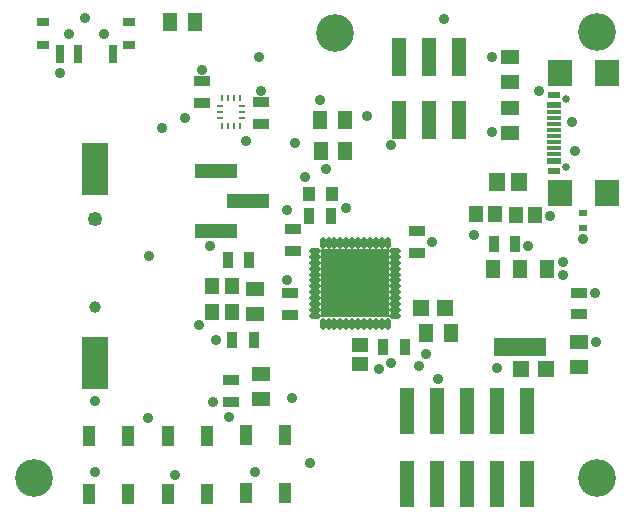
<source format=gbr>
%TF.GenerationSoftware,Altium Limited,Altium Designer,24.5.2 (23)*%
G04 Layer_Color=8388736*
%FSLAX45Y45*%
%MOMM*%
%TF.SameCoordinates,2BA89E6E-902A-415B-B0B5-23ADD7A02043*%
%TF.FilePolarity,Negative*%
%TF.FileFunction,Soldermask,Top*%
%TF.Part,Single*%
G01*
G75*
%TA.AperFunction,SMDPad,CuDef*%
%ADD11R,0.80000X0.55000*%
%ADD12R,0.47500X0.25000*%
%ADD13R,0.25000X0.47500*%
%TA.AperFunction,ConnectorPad*%
%ADD14R,1.00000X0.80000*%
%ADD15R,0.70000X1.50000*%
%TA.AperFunction,SMDPad,CuDef*%
%ADD16R,1.27000X3.94000*%
%ADD17R,1.40000X0.95000*%
%ADD18R,2.30000X4.50000*%
%TA.AperFunction,ConnectorPad*%
%ADD19R,2.00000X2.18000*%
%ADD20R,1.00000X0.60000*%
%ADD21R,1.15000X0.60000*%
%ADD22R,1.15000X0.30000*%
%TA.AperFunction,SMDPad,CuDef*%
%ADD23R,1.30464X1.45620*%
%ADD27R,1.25000X1.50000*%
%ADD28R,4.50000X1.50400*%
%ADD29R,1.50822X1.20651*%
%ADD30R,0.95000X1.40000*%
%ADD32R,1.20651X1.50822*%
%ADD33R,1.00000X1.25000*%
%ADD34R,1.45490X1.55620*%
%ADD35R,1.45620X1.30464*%
%ADD38R,1.20000X1.40000*%
%ADD39R,3.56000X1.27000*%
%TA.AperFunction,ComponentPad*%
%ADD44C,0.90000*%
%ADD45C,1.00000*%
%ADD46C,1.25000*%
%ADD47C,0.65000*%
%TA.AperFunction,SMDPad,CuDef*%
%ADD56O,1.00320X0.45320*%
%ADD57O,0.45320X1.00320*%
%ADD58R,5.80320X5.80320*%
%ADD59R,1.10320X1.70320*%
%ADD60R,1.40320X1.40320*%
%ADD61R,1.20320X3.30320*%
%TA.AperFunction,ViaPad*%
%ADD62C,3.20320*%
%ADD63C,0.90320*%
%ADD64C,0.70320*%
D11*
X11830000Y9267500D02*
D03*
Y9392500D02*
D03*
D12*
X8756250Y10200000D02*
D03*
Y10250000D02*
D03*
Y10300000D02*
D03*
X8938750D02*
D03*
Y10250000D02*
D03*
Y10200000D02*
D03*
D13*
X8772500Y10366250D02*
D03*
X8822500D02*
D03*
X8872500D02*
D03*
X8922500D02*
D03*
Y10133750D02*
D03*
X8872500D02*
D03*
X8822500D02*
D03*
X8772500D02*
D03*
D14*
X7260000Y11010000D02*
D03*
X7990000D02*
D03*
X7260000Y10817000D02*
D03*
X7990000D02*
D03*
D15*
X7850000Y10738500D02*
D03*
X7400000D02*
D03*
X7550000D02*
D03*
D16*
X10342000Y7099000D02*
D03*
X10596000D02*
D03*
X10850000D02*
D03*
X11104000D02*
D03*
X11358000D02*
D03*
X10342000Y7721000D02*
D03*
X10596000D02*
D03*
X10850000D02*
D03*
X11104000D02*
D03*
X11358000D02*
D03*
D17*
X8600000Y10512500D02*
D03*
Y10327500D02*
D03*
X9100000Y10147500D02*
D03*
Y10332500D02*
D03*
X9350000Y8532500D02*
D03*
Y8717500D02*
D03*
X8847500Y7980000D02*
D03*
Y7795000D02*
D03*
X9375000Y9075000D02*
D03*
Y9260000D02*
D03*
X11795000Y8537414D02*
D03*
Y8722414D02*
D03*
X10427500Y9057500D02*
D03*
Y9242500D02*
D03*
D18*
X7700000Y8130000D02*
D03*
Y9770000D02*
D03*
D19*
X12030500Y9561500D02*
D03*
Y10583500D02*
D03*
X11637500Y9561500D02*
D03*
Y10583500D02*
D03*
D20*
X11580000Y9752500D02*
D03*
Y10392500D02*
D03*
D21*
Y9832500D02*
D03*
Y10312500D02*
D03*
D22*
Y9897500D02*
D03*
Y9947500D02*
D03*
Y9997500D02*
D03*
Y10047500D02*
D03*
Y10097500D02*
D03*
Y10147500D02*
D03*
Y10197500D02*
D03*
Y10247500D02*
D03*
D23*
X11264422Y9382500D02*
D03*
X11425578D02*
D03*
X11083078Y9385000D02*
D03*
X10921922D02*
D03*
D27*
X11528575Y8924500D02*
D03*
X11299575D02*
D03*
X11070575D02*
D03*
D28*
X11299575Y8265500D02*
D03*
D29*
X9100000Y7822414D02*
D03*
Y8032586D02*
D03*
X9050000Y8544914D02*
D03*
Y8755086D02*
D03*
X11210164Y10507590D02*
D03*
Y10717761D02*
D03*
X11210000Y10287586D02*
D03*
Y10077414D02*
D03*
X11795000Y8094829D02*
D03*
Y8305000D02*
D03*
D30*
X9005000Y8997500D02*
D03*
X8820000D02*
D03*
X9042500Y8325000D02*
D03*
X8857500D02*
D03*
X9512500Y9367500D02*
D03*
X9697500D02*
D03*
X10320000Y8262500D02*
D03*
X10135000D02*
D03*
X11072500Y9130000D02*
D03*
X11257500D02*
D03*
D32*
X8545086Y11017500D02*
D03*
X8334914D02*
D03*
X9812585Y10180000D02*
D03*
X9602414D02*
D03*
X9817586Y9920000D02*
D03*
X9607414D02*
D03*
X10710171Y8380000D02*
D03*
X10500000D02*
D03*
D33*
X9507500Y9560000D02*
D03*
X9707500D02*
D03*
D34*
X11287565Y9660000D02*
D03*
X11102435D02*
D03*
D35*
X9942500Y8277500D02*
D03*
Y8116344D02*
D03*
D38*
X8857500Y8777500D02*
D03*
Y8557500D02*
D03*
X8687500D02*
D03*
Y8777500D02*
D03*
D39*
X8726500Y9754000D02*
D03*
X8993500Y9500000D02*
D03*
X8726500Y9246000D02*
D03*
D44*
X7475000Y10913500D02*
D03*
X7775000D02*
D03*
D45*
X7700000Y8600000D02*
D03*
D46*
Y9345000D02*
D03*
D47*
X11687500Y10361500D02*
D03*
Y9783500D02*
D03*
D56*
X9560000Y9075000D02*
D03*
Y9025000D02*
D03*
Y8975000D02*
D03*
Y8925000D02*
D03*
Y8875000D02*
D03*
Y8825000D02*
D03*
Y8775000D02*
D03*
Y8725000D02*
D03*
Y8675000D02*
D03*
Y8625000D02*
D03*
Y8575000D02*
D03*
Y8525000D02*
D03*
X10240000D02*
D03*
Y8575000D02*
D03*
Y8625000D02*
D03*
Y8675000D02*
D03*
Y8725000D02*
D03*
Y8775000D02*
D03*
Y8825000D02*
D03*
Y8875000D02*
D03*
Y8925000D02*
D03*
Y8975000D02*
D03*
Y9025000D02*
D03*
Y9075000D02*
D03*
D57*
X9625000Y8460000D02*
D03*
X9675000D02*
D03*
X9725000D02*
D03*
X9775000D02*
D03*
X9825000D02*
D03*
X9875000D02*
D03*
X9925000D02*
D03*
X9975000D02*
D03*
X10025000D02*
D03*
X10075000D02*
D03*
X10125000D02*
D03*
X10175000D02*
D03*
Y9140000D02*
D03*
X10125000D02*
D03*
X10075000D02*
D03*
X10025000D02*
D03*
X9975000D02*
D03*
X9925000D02*
D03*
X9875000D02*
D03*
X9825000D02*
D03*
X9775000D02*
D03*
X9725000D02*
D03*
X9675000D02*
D03*
X9625000D02*
D03*
D58*
X9900000Y8800000D02*
D03*
D59*
X9305000Y7025000D02*
D03*
X8975000D02*
D03*
Y7515000D02*
D03*
X9305000D02*
D03*
X8645000Y7015000D02*
D03*
X8315000D02*
D03*
Y7505000D02*
D03*
X8645000D02*
D03*
X7978977Y7505000D02*
D03*
X7648977D02*
D03*
Y7015000D02*
D03*
X7978977D02*
D03*
D60*
X11515000Y8075000D02*
D03*
X11305000D02*
D03*
X10665000Y8590000D02*
D03*
X10455000D02*
D03*
D61*
X10779000Y10720000D02*
D03*
Y10180000D02*
D03*
X10525000Y10720000D02*
D03*
X10271000D02*
D03*
X10525000Y10180000D02*
D03*
X10271000D02*
D03*
D62*
X9730000Y10920000D02*
D03*
X11950000Y10925000D02*
D03*
Y7150000D02*
D03*
X7181605Y7152000D02*
D03*
D63*
X8980000Y10010000D02*
D03*
X10205000Y9970000D02*
D03*
X8600000Y10610000D02*
D03*
X8457500Y10202500D02*
D03*
X9820000Y9440000D02*
D03*
X7610000Y11050000D02*
D03*
X7400000Y10580000D02*
D03*
X10600000Y7990000D02*
D03*
X10500000Y8200000D02*
D03*
X11100000Y8080000D02*
D03*
X10440000Y8100000D02*
D03*
X11830000Y9180000D02*
D03*
X10650000Y11040000D02*
D03*
X8670000Y9117500D02*
D03*
X11550000Y9370000D02*
D03*
X11457500Y10427500D02*
D03*
X9087500Y10715000D02*
D03*
X9605000Y10352500D02*
D03*
X9100000Y10430000D02*
D03*
X9392500Y9985000D02*
D03*
X8152500Y9030000D02*
D03*
X8147500Y7662500D02*
D03*
X8830000Y7665000D02*
D03*
X9365000Y7827500D02*
D03*
X7697500Y7807500D02*
D03*
X8697500Y7800000D02*
D03*
X11060000Y10720000D02*
D03*
Y10080000D02*
D03*
X10910000Y9210000D02*
D03*
X11360000Y9120000D02*
D03*
X11660000Y8870000D02*
D03*
Y8980000D02*
D03*
X11930000Y8720000D02*
D03*
X11940000Y8300000D02*
D03*
X10200000Y8125000D02*
D03*
X9475000Y9700000D02*
D03*
X9652500Y9765000D02*
D03*
X8375000Y7175000D02*
D03*
X7700000Y7200000D02*
D03*
X9050000D02*
D03*
X8725000Y8325000D02*
D03*
X8575000Y8450000D02*
D03*
X10547500Y9150000D02*
D03*
X9325000Y9425000D02*
D03*
X10100000Y8075000D02*
D03*
X9325000Y8825000D02*
D03*
X9997500Y10217500D02*
D03*
X9515000Y7277500D02*
D03*
X11760000Y9920000D02*
D03*
X11740000Y10167500D02*
D03*
X8267500Y10117500D02*
D03*
D64*
X9680000Y9020000D02*
D03*
X9790000D02*
D03*
X9900000D02*
D03*
X10010000D02*
D03*
X10120000D02*
D03*
X9680000Y8910000D02*
D03*
X9790000D02*
D03*
X9900000D02*
D03*
X10010000D02*
D03*
X10120000D02*
D03*
X9680000Y8800000D02*
D03*
X9790000D02*
D03*
X9900000D02*
D03*
X10010000D02*
D03*
X10120000D02*
D03*
X9680000Y8690000D02*
D03*
X9790000D02*
D03*
X9900000D02*
D03*
X10010000D02*
D03*
X10120000D02*
D03*
X9680000Y8580000D02*
D03*
X9790000D02*
D03*
X9900000D02*
D03*
X10010000D02*
D03*
X10120000D02*
D03*
%TF.MD5,84de33a4766b05a0a206394d97bee340*%
M02*

</source>
